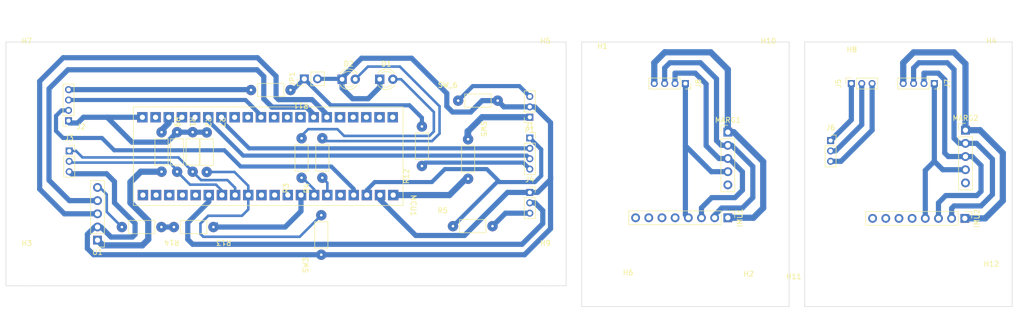
<source format=kicad_pcb>
(kicad_pcb (version 20211014) (generator pcbnew)
  (layers (0 "F.Cu" signal) (31 "B.Cu" power) (34 "B.Paste" user) (35 "F.Paste" user) (36 "B.SilkS" user "B.Silkscreen") (37 "F.SilkS" user "F.Silkscreen") (38 "B.Mask" user) (39 "F.Mask" user) (44 "Edge.Cuts" user))
  (net 0 "")
  (net 1 "RV1")
  (net 2 "GND")
  (net 3 "SW1")
  (net 4 "SW2")
  (net 5 "3.3V")
  (net 6 "LED_RED")
  (net 7 "Net-(D1-Pad2)")
  (net 8 "LED_GREEN")
  (net 9 "Net-(D2-Pad2)")
  (net 10 "SENSOR-GND")
  (net 16 "TX")
  (net 17 "RX")
  (net 21 "SDA2")
  (net 24 "SCL1")
  (net 25 "SDA1")
  (net 29 "5V")
  (net 30 "Net-(MCU1-Pad21)")
  (net 31 "Net-(J4-Pad3)")
  (net 32 "SCL2")
  (net 33 "SET_UART")
  (net 36 "SW3")
  (net 52 "Net-(IMU2-Pad4)")
  (net 53 "Net-(IMU2-Pad3)")
  (net 54 "Net-(IMU2-Pad2)")
  (net 55 "Net-(IMU2-Pad1)")
  (net 56 "Net-(IMU1-Pad4)")
  (net 57 "Net-(IMU1-Pad3)")
  (net 58 "Net-(IMU1-Pad2)")
  (net 59 "Net-(IMU1-Pad1)")
  (net 60 "Net-(J5-Pad1)")
  (net 61 "Net-(J5-Pad2)")
  (net 62 "Net-(J5-Pad3)")
  (net 63 "Net-(J2-Pad4)")
  (net 64 "3.3V-SHOULDER")
  (net 65 "Net-(R9-Pad2)")
  (net 66 "Net-(R14-Pad2)")
  (net 67 "Net-(R13-Pad2)")
  (net 68 "unconnected-(MCU1-Pad25)")
  (net 70 "Net-(R12-Pad2)")
  (net 71 "Net-(P1-Pad1)")
  (net 72 "Net-(P1-Pad3)")
  (footprint "Connector_PinHeader_2.54mm:PinHeader_1x08_P2.54mm_Vertical" (layer "F.Cu") (at 155.1825 48.885 -90)
    (fp_text reference "IMU1" (at 0 -2.33 -270) (layer "F.SilkS"))
    (fp_text value "GY-521")
    (pad "1" thru_hole rect (at 0 0 270) (size 1.7 1.7) (drill 1) (layers *.Cu *.Mask) (net 59 "Net-(IMU1-Pad1)"))
    (pad "2" thru_hole oval (at 0 2.54 270) (size 1.7 1.7) (drill 1) (layers *.Cu *.Mask) (net 58 "Net-(IMU1-Pad2)"))
    (pad "3" thru_hole oval (at 0 5.08 270) (size 1.7 1.7) (drill 1) (layers *.Cu *.Mask) (net 57 "Net-(IMU1-Pad3)"))
    (pad "4" thru_hole oval (at 0 7.62 270) (size 1.7 1.7) (drill 1) (layers *.Cu *.Mask) (net 56 "Net-(IMU1-Pad4)"))
    (pad "5" thru_hole oval (at 0 10.16 270) (size 1.7 1.7) (drill 1) (layers *.Cu *.Mask))
    (pad "6" thru_hole oval (at 0 12.7 270) (size 1.7 1.7) (drill 1) (layers *.Cu *.Mask))
    (pad "7" thru_hole oval (at 0 15.24 270) (size 1.7 1.7) (drill 1) (layers *.Cu *.Mask))
    (pad "8" thru_hole oval (at 0 17.78 270) (size 1.7 1.7) (drill 1) (layers *.Cu *.Mask))
  )
  (footprint "MountingHole:MountingHole_3.2mm_M3" (layer "F.Cu") (at 163 62)
    (fp_text reference "H2" (at -3.81 -2.286) (layer "F.SilkS"))
    (fp_text value "MountingHole")
    (pad "" np_thru_hole circle (at 0 0) (size 3.2 3.2) (drill 3.2) (layers *.Cu *.Mask))
  )
  (footprint "hieu:resistor" (layer "F.Cu") (at 105.1 33.75 -90)
    (fp_text reference "SW5" (at -2 -3 -90 unlocked) (layer "F.SilkS"))
    (fp_text value "SW_DIP_x01")
    (pad "1" thru_hole circle (at 0 0 270) (size 2 2) (drill 0.5) (layers *.Cu *.Mask) (net 71 "Net-(P1-Pad1)"))
    (pad "2" thru_hole circle (at 7.62 0 270) (size 2 2) (drill 0.5) (layers *.Cu *.Mask) (net 30 "Net-(MCU1-Pad21)"))
  )
  (footprint "LED_THT:LED_D3.0mm" (layer "F.Cu") (at 80.80969 22.178049)
    (fp_text reference "D2" (at 1.27 -2.96) (layer "F.SilkS"))
    (fp_text value "LED")
    (pad "1" thru_hole rect (at 0 0) (size 1.8 1.8) (drill 0.9) (layers *.Cu *.Mask) (net 2 "GND"))
    (pad "2" thru_hole circle (at 2.54 0) (size 1.8 1.8) (drill 0.9) (layers *.Cu *.Mask) (net 9 "Net-(D2-Pad2)"))
  )
  (footprint "Connector_PinSocket_2.00mm:PinSocket_1x03_P2.00mm_Vertical" (layer "F.Cu") (at 117 44)
    (fp_text reference "J4" (at 0 -2.5) (layer "F.SilkS"))
    (fp_text value "Conn_01x03_Female")
    (pad "1" thru_hole rect (at 0 0) (size 1.35 1.35) (drill 0.8) (layers *.Cu *.Mask) (net 2 "GND"))
    (pad "2" thru_hole oval (at 0 2) (size 1.35 1.35) (drill 0.8) (layers *.Cu *.Mask) (net 1 "RV1"))
    (pad "3" thru_hole oval (at 0 4) (size 1.35 1.35) (drill 0.8) (layers *.Cu *.Mask) (net 31 "Net-(J4-Pad3)"))
  )
  (footprint "Connector_PinSocket_2.00mm:PinSocket_1x03_P2.00mm_Vertical" (layer "F.Cu") (at 28.194 36)
    (fp_text reference "J3" (at 0 -2.5) (layer "F.SilkS"))
    (fp_text value "Conn_01x03_Female")
    (pad "1" thru_hole rect (at 0 0) (size 1.35 1.35) (drill 0.8) (layers *.Cu *.Mask) (net 4 "SW2"))
    (pad "2" thru_hole oval (at 0 2) (size 1.35 1.35) (drill 0.8) (layers *.Cu *.Mask) (net 3 "SW1"))
    (pad "3" thru_hole oval (at 0 4) (size 1.35 1.35) (drill 0.8) (layers *.Cu *.Mask) (net 2 "GND"))
  )
  (footprint "MountingHole:MountingHole_3.2mm_M3" (layer "F.Cu") (at 174 62)
    (fp_text reference "H11" (at -6.096 -1.778) (layer "F.SilkS"))
    (fp_text value "MountingHole")
    (pad "" np_thru_hole circle (at 0 0) (size 3.2 3.2) (drill 3.2) (layers *.Cu *.Mask))
  )
  (footprint "Connector_PinSocket_2.00mm:PinSocket_1x03_P2.00mm_Vertical" (layer "F.Cu") (at 117 29.5 180)
    (fp_text reference "P1" (at 0 -2.5) (layer "F.SilkS"))
    (fp_text value "Power_Pins")
    (pad "1" thru_hole rect (at 0 0 180) (size 1.35 1.35) (drill 0.8) (layers *.Cu *.Mask) (net 71 "Net-(P1-Pad1)"))
    (pad "2" thru_hole oval (at 0 2 180) (size 1.35 1.35) (drill 0.8) (layers *.Cu *.Mask) (net 2 "GND"))
    (pad "3" thru_hole oval (at 0 4 180) (size 1.35 1.35) (drill 0.8) (layers *.Cu *.Mask) (net 72 "Net-(P1-Pad3)"))
  )
  (footprint "Connector_PinSocket_2.00mm:PinSocket_1x04_P2.00mm_Vertical" (layer "F.Cu") (at 147 23 -90)
    (fp_text reference "J8" (at 0 -2.5 90) (layer "F.SilkS"))
    (fp_text value "Conn_01x04_Female")
    (pad "1" thru_hole rect (at 0 0 270) (size 1.35 1.35) (drill 0.8) (layers *.Cu *.Mask) (net 56 "Net-(IMU1-Pad4)"))
    (pad "2" thru_hole oval (at 0 2 270) (size 1.35 1.35) (drill 0.8) (layers *.Cu *.Mask) (net 57 "Net-(IMU1-Pad3)"))
    (pad "3" thru_hole oval (at 0 4 270) (size 1.35 1.35) (drill 0.8) (layers *.Cu *.Mask) (net 58 "Net-(IMU1-Pad2)"))
    (pad "4" thru_hole oval (at 0 6 270) (size 1.35 1.35) (drill 0.8) (layers *.Cu *.Mask) (net 59 "Net-(IMU1-Pad1)"))
  )
  (footprint "MountingHole:MountingHole_3.2mm_M3" (layer "F.Cu") (at 120 19)
    (fp_text reference "H5" (at 0 -4.2) (layer "F.SilkS"))
    (fp_text value "MountingHole")
    (pad "" np_thru_hole circle (at 0 0) (size 3.2 3.2) (drill 3.2) (layers *.Cu *.Mask))
  )
  (footprint "hieu:resistor" (layer "F.Cu") (at 54.714 32.438 -90)
    (fp_text reference "R7" (at -2 -3 -90 unlocked) (layer "F.SilkS"))
    (fp_text value "1K")
    (pad "1" thru_hole circle (at 0 0 270) (size 2 2) (drill 0.5) (layers *.Cu *.Mask) (net 5 "3.3V"))
    (pad "2" thru_hole circle (at 7.62 0 270) (size 2 2) (drill 0.5) (layers *.Cu *.Mask) (net 36 "SW3"))
  )
  (footprint "Connector_PinHeader_2.54mm:PinHeader_1x05_P2.54mm_Vertical" (layer "F.Cu") (at 155.1825 32.38)
    (fp_text reference "MARG1" (at 0 -2.33) (layer "F.SilkS"))
    (fp_text value "HMC5883L")
    (pad "1" thru_hole rect (at 0 0) (size 1.7 1.7) (drill 1) (layers *.Cu *.Mask) (net 59 "Net-(IMU1-Pad1)"))
    (pad "2" thru_hole oval (at 0 2.54) (size 1.7 1.7) (drill 1) (layers *.Cu *.Mask) (net 58 "Net-(IMU1-Pad2)"))
    (pad "3" thru_hole oval (at 0 5.08) (size 1.7 1.7) (drill 1) (layers *.Cu *.Mask) (net 57 "Net-(IMU1-Pad3)"))
    (pad "4" thru_hole oval (at 0 7.62) (size 1.7 1.7) (drill 1) (layers *.Cu *.Mask) (net 56 "Net-(IMU1-Pad4)"))
    (pad "5" thru_hole oval (at 0 10.16) (size 1.7 1.7) (drill 1) (layers *.Cu *.Mask))
  )
  (footprint "MountingHole:MountingHole_3.2mm_M3" (layer "F.Cu") (at 20 58)
    (fp_text reference "H3" (at 0 -4.2) (layer "F.SilkS"))
    (fp_text value "MountingHole")
    (pad "" np_thru_hole circle (at 0 0) (size 3.2 3.2) (drill 3.2) (layers *.Cu *.Mask))
  )
  (footprint "hieu:resistor" (layer "F.Cu") (at 70.866 24.257 180)
    (fp_text reference "R11" (at -2 -3 180 unlocked) (layer "F.SilkS"))
    (fp_text value "0")
    (pad "1" thru_hole circle (at 0 0 180) (size 2 2) (drill 0.5) (layers *.Cu *.Mask) (net 70 "Net-(R12-Pad2)"))
    (pad "2" thru_hole circle (at 7.62 0 180) (size 2 2) (drill 0.5) (layers *.Cu *.Mask) (net 63 "Net-(J2-Pad4)"))
  )
  (footprint "hieu:resistor" (layer "F.Cu") (at 49 32.385 -90)
    (fp_text reference "R1" (at -2 -3 -90 unlocked) (layer "F.SilkS"))
    (fp_text value "1K")
    (pad "1" thru_hole circle (at 0 0 270) (size 2 2) (drill 0.5) (layers *.Cu *.Mask) (net 5 "3.3V"))
    (pad "2" thru_hole circle (at 7.62 0 270) (size 2 2) (drill 0.5) (layers *.Cu *.Mask) (net 3 "SW1"))
  )
  (footprint "MountingHole:MountingHole_3.2mm_M3" (layer "F.Cu") (at 174 19)
    (fp_text reference "H8" (at 5.08 -2.54) (layer "F.SilkS"))
    (fp_text value "MountingHole")
    (pad "" np_thru_hole circle (at 0 0) (size 3.2 3.2) (drill 3.2) (layers *.Cu *.Mask))
  )
  (footprint "hieu:resistor" (layer "F.Cu") (at 102.19 50.5)
    (fp_text reference "R5" (at -2 -3 unlocked) (layer "F.SilkS"))
    (fp_text value "330")
    (pad "1" thru_hole circle (at 0 0) (size 2 2) (drill 0.5) (layers *.Cu *.Mask) (net 64 "3.3V-SHOULDER"))
    (pad "2" thru_hole circle (at 7.62 0) (size 2 2) (drill 0.5) (layers *.Cu *.Mask) (net 31 "Net-(J4-Pad3)"))
  )
  (footprint "hieu:resistor" (layer "F.Cu") (at 77 41.178049 90)
    (fp_text reference "R4" (at -2 -3 90 unlocked) (layer "F.SilkS"))
    (fp_text value "300")
    (pad "1" thru_hole circle (at 0 0 90) (size 2 2) (drill 0.5) (layers *.Cu *.Mask) (net 8 "LED_GREEN"))
    (pad "2" thru_hole circle (at 7.62 0 90) (size 2 2) (drill 0.5) (layers *.Cu *.Mask) (net 9 "Net-(D2-Pad2)"))
  )
  (footprint "Connector_PinSocket_2.00mm:PinSocket_1x04_P2.00mm_Vertical" (layer "F.Cu") (at 28.067 30.178 180)
    (fp_text reference "J2" (at -2.407 -1.143) (layer "F.SilkS"))
    (fp_text value "Conn_01x04_Female")
    (pad "1" thru_hole rect (at 0 0 180) (size 1.35 1.35) (drill 0.8) (layers *.Cu *.Mask) (net 5 "3.3V"))
    (pad "2" thru_hole oval (at 0 2 180) (size 1.35 1.35) (drill 0.8) (layers *.Cu *.Mask) (net 32 "SCL2"))
    (pad "3" thru_hole oval (at 0 4 180) (size 1.35 1.35) (drill 0.8) (layers *.Cu *.Mask) (net 21 "SDA2"))
    (pad "4" thru_hole oval (at 0 6 180) (size 1.35 1.35) (drill 0.8) (layers *.Cu *.Mask) (net 63 "Net-(J2-Pad4)"))
  )
  (footprint "hieu:resistor" (layer "F.Cu") (at 46 32.385 -90)
    (fp_text reference "R9" (at -2 -3 -90 unlocked) (layer "F.SilkS"))
    (fp_text value "0")
    (pad "1" thru_hole circle (at 0 0 270) (size 2 2) (drill 0.5) (layers *.Cu *.Mask) (net 29 "5V"))
    (pad "2" thru_hole circle (at 7.62 0 270) (size 2 2) (drill 0.5) (layers *.Cu *.Mask) (net 65 "Net-(R9-Pad2)"))
  )
  (footprint "hieu:resistor" (layer "F.Cu") (at 76.8 56.01 90)
    (fp_text reference "SW3" (at -2 -3 90 unlocked) (layer "F.SilkS"))
    (fp_text value "SW_Push")
    (pad "1" thru_hole circle (at 0 0 90) (size 2 2) (drill 0.5) (layers *.Cu *.Mask) (net 2 "GND"))
    (pad "2" thru_hole circle (at 7.62 0 90) (size 2 2) (drill 0.5) (layers *.Cu *.Mask) (net 36 "SW3"))
  )
  (footprint "hieu:resistor" (layer "F.Cu") (at 45.974 50.673 180)
    (fp_text reference "R14" (at -2 -3 180 unlocked) (layer "F.SilkS"))
    (fp_text value "0")
    (pad "1" thru_hole circle (at 0 0 180) (size 2 2) (drill 0.5) (layers *.Cu *.Mask) (net 67 "Net-(R13-Pad2)"))
    (pad "2" thru_hole circle (at 7.62 0 180) (size 2 2) (drill 0.5) (layers *.Cu *.Mask) (net 66 "Net-(R14-Pad2)"))
  )
  (footprint "Connector_PinHeader_2.54mm:PinHeader_1x02_P2.54mm_Vertical" (layer "F.Cu") (at 73.525 22.1 90)
    (fp_text reference "JP1" (at 0 -2.33 90) (layer "F.SilkS"))
    (fp_text value "Jumper_2_Bridged")
    (pad "1" thru_hole rect (at 0 0 90) (size 1.7 1.7) (drill 1) (layers *.Cu *.Mask) (net 70 "Net-(R12-Pad2)"))
    (pad "2" thru_hole oval (at 0 2.54 90) (size 1.7 1.7) (drill 1) (layers *.Cu *.Mask) (net 2 "GND"))
  )
  (footprint "Connector_PinSocket_2.00mm:PinSocket_1x03_P2.00mm_Vertical" (layer "F.Cu") (at 175 34)
    (fp_text reference "J6" (at 0 -2.5) (layer "F.SilkS"))
    (fp_text value "Conn_01x03_Female")
    (pad "1" thru_hole rect (at 0 0) (size 1.35 1.35) (drill 0.8) (layers *.Cu *.Mask) (net 60 "Net-(J5-Pad1)"))
    (pad "2" thru_hole oval (at 0 2) (size 1.35 1.35) (drill 0.8) (layers *.Cu *.Mask) (net 61 "Net-(J5-Pad2)"))
    (pad "3" thru_hole oval (at 0 4) (size 1.35 1.35) (drill 0.8) (layers *.Cu *.Mask) (net 62 "Net-(J5-Pad3)"))
  )
  (footprint "MountingHole:MountingHole_3.2mm_M3" (layer "F.Cu") (at 131 62)
    (fp_text reference "H6" (at 4.953 -2.54) (layer "F.SilkS"))
    (fp_text value "MountingHole")
    (pad "" np_thru_hole circle (at 0 0) (size 3.2 3.2) (drill 3.2) (layers *.Cu *.Mask))
  )
  (footprint "MountingHole:MountingHole_3.2mm_M3" (layer "F.Cu") (at 206 19)
    (fp_text reference "H4" (at 0 -4.2) (layer "F.SilkS"))
    (fp_text value "MountingHole")
    (pad "" np_thru_hole circle (at 0 0) (size 3.2 3.2) (drill 3.2) (layers *.Cu *.Mask))
  )
  (footprint "hieu:resistor" (layer "F.Cu") (at 103.19 26.3)
    (fp_text reference "SW_6" (at -2 -3 unlocked) (layer "F.SilkS"))
    (fp_text value "SW_Push")
    (pad "1" thru_hole circle (at 0 0) (size 2 2) (drill 0.5) (layers *.Cu *.Mask) (net 72 "Net-(P1-Pad3)"))
    (pad "2" thru_hole circle (at 7.62 0) (size 2 2) (drill 0.5) (layers *.Cu *.Mask) (net 2 "GND"))
  )
  (footprint "Connector_PinHeader_2.54mm:PinHeader_1x08_P2.54mm_Vertical" (layer "F.Cu") (at 200.875 49 -90)
    (fp_text reference "IMU2" (at 0 -2.33 -270) (layer "F.SilkS"))
    (fp_text value "GY-521")
    (pad "1" thru_hole rect (at 0 0 270) (size 1.7 1.7) (drill 1) (layers *.Cu *.Mask) (net 55 "Net-(IMU2-Pad1)"))
    (pad "2" thru_hole oval (at 0 2.54 270) (size 1.7 1.7) (drill 1) (layers *.Cu *.Mask) (net 54 "Net-(IMU2-Pad2)"))
    (pad "3" thru_hole oval (at 0 5.08 270) (size 1.7 1.7) (drill 1) (layers *.Cu *.Mask) (net 53 "Net-(IMU2-Pad3)"))
    (pad "4" thru_hole oval (at 0 7.62 270) (size 1.7 1.7) (drill 1) (layers *.Cu *.Mask) (net 52 "Net-(IMU2-Pad4)"))
    (pad "5" thru_hole oval (at 0 10.16 270) (size 1.7 1.7) (drill 1) (layers *.Cu *.Mask))
    (pad "6" thru_hole oval (at 0 12.7 270) (size 1.7 1.7) (drill 1) (layers *.Cu *.Mask))
    (pad "7" thru_hole oval (at 0 15.24 270) (size 1.7 1.7) (drill 1) (layers *.Cu *.Mask))
    (pad "8" thru_hole oval (at 0 17.78 270) (size 1.7 1.7) (drill 1) (layers *.Cu *.Mask))
  )
  (footprint "MountingHole:MountingHole_3.2mm_M3" (layer "F.Cu") (at 206 62)
    (fp_text reference "H12" (at 0 -4.2) (layer "F.SilkS"))
    (fp_text value "MountingHole")
    (pad "" np_thru_hole circle (at 0 0) (size 3.2 3.2) (drill 3.2) (layers *.Cu *.Mask))
  )
  (footprint "hieu:resistor" (layer "F.Cu") (at 73 41.178049 90)
    (fp_text reference "R3" (at -2 -3 90 unlocked) (layer "F.SilkS"))
    (fp_text value "300")
    (pad "1" thru_hole circle (at 0 0 90) (size 2 2) (drill 0.5) (layers *.Cu *.Mask) (net 6 "LED_RED"))
    (pad "2" thru_hole circle (at 7.62 0 90) (size 2 2) (drill 0.5) (layers *.Cu *.Mask) (net 7 "Net-(D1-Pad2)"))
  )
  (footprint "Connector_PinHeader_2.54mm:PinHeader_1x05_P2.54mm_Vertical" (layer "F.Cu") (at 201 32)
    (fp_text reference "MARG2" (at 0 -2.33) (layer "F.SilkS"))
    (fp_text value "HMC5883L")
    (pad "1" thru_hole rect (at 0 0) (size 1.7 1.7) (drill 1) (layers *.Cu *.Mask) (net 55 "Net-(IMU2-Pad1)"))
    (pad "2" thru_hole oval (at 0 2.54) (size 1.7 1.7) (drill 1) (layers *.Cu *.Mask) (net 54 "Net-(IMU2-Pad2)"))
    (pad "3" thru_hole oval (at 0 5.08) (size 1.7 1.7) (drill 1) (layers *.Cu *.Mask) (net 53 "Net-(IMU2-Pad3)"))
    (pad "4" thru_hole oval (at 0 7.62) (size 1.7 1.7) (drill 1) (layers *.Cu *.Mask) (net 52 "Net-(IMU2-Pad4)"))
    (pad "5" thru_hole oval (at 0 10.16) (size 1.7 1.7) (drill 1) (layers *.Cu *.Mask))
  )
  (footprint "hieu:stm32f4_board" (layer "F.Cu") (at 90.56469 29.508049 -90)
    (fp_text reference "MCU1" (at 17 -4 -90 unlocked) (layer "F.SilkS"))
    (fp_text value "MiniSTM32F4x1")
    (pad "1" thru_hole rect (at 0 0 270) (size 2 2) (drill 1) (layers *.Cu *.Mask))
    (pad "2" thru_hole rect (at 0 2.54 270) (size 2 2) (drill 1) (layers *.Cu *.Mask))
    (pad "3" thru_hole rect (at 0 5.08 270) (size 2 2) (drill 1) (layers *.Cu *.Mask))
    (pad "4" thru_hole rect (at 0 7.62 270) (size 2 2) (drill 1) (layers *.Cu *.Mask))
    (pad "5" thru_hole rect (at 0 10.16 270) (size 2 2) (drill 1) (layers *.Cu *.Mask))
    (pad "6" thru_hole rect (at 0 12.7 270) (size 2 2) (drill 1) (layers *.Cu *.Mask) (net 16 "TX"))
    (pad "7" thru_hole rect (at 0 15.24 270) (size 2 2) (drill 1) (layers *.Cu *.Mask) (net 17 "RX"))
    (pad "8" thru_hole rect (at 0 17.78 270) (size 2 2) (drill 1) (layers *.Cu *.Mask))
    (pad "9" thru_hole rect (at 0 20.32 270) (size 2 2) (drill 1) (layers *.Cu *.Mask))
    (pad "10" thru_hole rect (at 0 22.86 270) (size 2 2) (drill 1) (layers *.Cu *.Mask))
    (pad "11" thru_hole rect (at 0 25.4 270) (size 2 2) (drill 1) (layers *.Cu *.Mask) (net 21 "SDA2"))
    (pad "12" thru_hole rect (at 0 27.94 270) (size 2 2) (drill 1) (layers *.Cu *.Mask))
    (pad "13" thru_hole rect (at 0 30.48 270) (size 2 2) (drill 1) (layers *.Cu *.Mask))
    (pad "14" thru_hole rect (at 0 33.02 270) (size 2 2) (drill 1) (layers *.Cu *.Mask) (net 24 "SCL1"))
    (pad "15" thru_hole rect (at 0 35.56 270) (size 2 2) (drill 1) (layers *.Cu *.Mask) (net 25 "SDA1"))
    (pad "16" thru_hole rect (at 0 38.1 270) (size 2 2) (drill 1) (layers *.Cu *.Mask))
    (pad "17" thru_hole rect (at 0 40.64 270) (size 2 2) (drill 1) (layers *.Cu *.Mask))
    (pad "18" thru_hole rect (at 0 43.18 270) (size 2 2) (drill 1) (layers *.Cu *.Mask) (net 29 "5V"))
    (pad "19" thru_hole rect (at 0 45.72 270) (size 2 2) (drill 1) (layers *.Cu *.Mask))
    (pad "20" thru_hole rect (at 0 48.26 270) (size 2 2) (drill 1) (layers *.Cu *.Mask) (net 5 "3.3V"))
    (pad "21" thru_hole rect (at 15 -0.1 270) (size 2 2) (drill 1) (layers *.Cu *.Mask) (net 30 "Net-(MCU1-Pad21)"))
    (pad "22" thru_hole rect (at 15 2.44 270) (size 2 2) (drill 1) (layers *.Cu *.Mask) (net 2 "GND"))
    (pad "23" thru_hole rect (at 15 4.98 270) (size 2 2) (drill 1) (layers *.Cu *.Mask) (net 64 "3.3V-SHOULDER"))
    (pad "24" thru_hole rect (at 15 7.52 270) (size 2 2) (drill 1) (layers *.Cu *.Mask) (net 32 "SCL2"))
    (pad "25" thru_hole rect (at 15 10.06 270) (size 2 2) (drill 1) (layers *.Cu *.Mask) (net 68 "unconnected-(MCU1-Pad25)"))
    (pad "26" thru_hole rect (at 15 12.6 270) (size 2 2) (drill 1) (layers *.Cu *.Mask) (net 8 "LED_GREEN"))
    (pad "27" thru_hole rect (at 15 15.14 270) (size 2 2) (drill 1) (layers *.Cu *.Mask) (net 6 "LED_RED"))
    (pad "28" thru_hole rect (at 15 17.68 270) (size 2 2) (drill 1) (layers *.Cu *.Mask) (net 33 "SET_UART"))
    (pad "29" thru_hole rect (at 15 20.22 270) (size 2 2) (drill 1) (layers *.Cu *.Mask))
    (pad "30" thru_hole rect (at 15 22.76 270) (size 2 2) (drill 1) (layers *.Cu *.Mask))
    (pad "31" thru_hole rect (at 15 25.3 270) (size 2 2) (drill 1) (layers *.Cu *.Mask))
    (pad "32" thru_hole rect (at 15 27.84 270) (size 2 2) (drill 1) (layers *.Cu *.Mask) (net 36 "SW3"))
    (pad "33" thru_hole rect (at 15 30.38 270) (size 2 2) (drill 1) (layers *.Cu *.Mask) (net 4 "SW2"))
    (pad "34" thru_hole rect (at 15 32.92 270) (size 2 2) (drill 1) (layers *.Cu *.Mask) (net 3 "SW1"))
    (pad "35" thru_hole rect (at 15 35.46 270) (size 2 2) (drill 1) (layers *.Cu *.Mask) (net 1 "RV1"))
    (pad "36" thru_hole rect (at 15 38 270) (size 2 2) (drill 1) (layers *.Cu *.Mask))
    (pad "37" thru_hole rect (at 15 40.54 270) (size 2 2) (drill 1) (layers *.Cu *.Mask))
    (pad "38" thru_hole rect (at 15 43.08 270) (size 2 2) (drill 1) (layers *.Cu *.Mask))
    (pad "39" thru_hole rect (at 15 45.62 270) (size 2 2) (drill 1) (layers *.Cu *.Mask))
    (pad "40" thru_hole rect (at 15 48.16 270) (size 2 2) (drill 1) (layers *.Cu *.Mask))
  )
  (footprint "LED_THT:LED_D3.0mm" (layer "F.Cu") (at 88.05969 22.178049)
    (fp_text reference "D1" (at 1.27 -2.96) (layer "F.SilkS"))
    (fp_text value "LED")
    (pad "1" thru_hole rect (at 0 0) (size 1.8 1.8) (drill 0.9) (layers *.Cu *.Mask) (net 2 "GND"))
    (pad "2" thru_hole circle (at 2.54 0) (size 1.8 1.8) (drill 0.9) (layers *.Cu *.Mask) (net 7 "Net-(D1-Pad2)"))
  )
  (footprint "hieu:resistor" (layer "F.Cu") (at 56 50.673 180)
    (fp_text reference "R13" (at -2 -3 180 unlocked) (layer "F.SilkS"))
    (fp_text value "0")
    (pad "1" thru_hole circle (at 0 0 180) (size 2 2) (drill 0.5) (layers *.Cu *.Mask) (net 33 "SET_UART"))
    (pad "2" thru_hole circle (at 7.62 0 180) (size 2 2) (drill 0.5) (layers *.Cu *.Mask) (net 67 "Net-(R13-Pad2)"))
  )
  (footprint "hieu:resistor" (layer "F.Cu") (at 96.2 38.9 90)
    (fp_text reference "R12" (at -2 -3 90 unlocked) (layer "F.SilkS"))
    (fp_text value "0")
    (pad "1" thru_hole circle (at 0 0 90) (size 2 2) (drill 0.5) (layers *.Cu *.Mask) (net 10 "SENSOR-GND"))
    (pad "2" thru_hole circle (at 7.62 0 90) (size 2 2) (drill 0.5) (layers *.Cu *.Mask) (net 70 "Net-(R12-Pad2)"))
  )
  (footprint "hieu:resistor" (layer "F.Cu") (at 52 32.385 -90)
    (fp_text reference "R2" (at -2 -3 -90 unlocked) (layer "F.SilkS"))
    (fp_text value "1K")
    (pad "1" thru_hole circle (at 0 0 270) (size 2 2) (drill 0.5) (layers *.Cu *.Mask) (net 5 "3.3V"))
    (pad "2" thru_hole circle (at 7.62 0 270) (size 2 2) (drill 0.5) (layers *.Cu *.Mask) (net 4 "SW2"))
  )
  (footprint "Connector_PinSocket_2.00mm:PinSocket_1x03_P2.00mm_Vertical" (layer "F.Cu") (at 179 23 90)
    (fp_text reference "J5" (at 0 -2.5 90) (layer "F.SilkS"))
    (fp_text value "Conn_01x03_Female")
    (pad "1" thru_hole rect (at 0 0 90) (size 1.35 1.35) (drill 0.8) (layers *.Cu *.Mask) (net 60 "Net-(J5-Pad1)"))
    (pad "2" thru_hole oval (at 0 2 90) (size 1.35 1.35) (drill 0.8) (layers *.Cu *.Mask) (net 61 "Net-(J5-Pad2)"))
    (pad "3" thru_hole oval (at 0 4 90) (size 1.35 1.35) (drill 0.8) (layers *.Cu *.Mask) (net 62 "Net-(J5-Pad3)"))
  )
  (footprint "Connector_PinHeader_2.54mm:PinHeader_1x05_P2.54mm_Vertical" (layer "F.Cu") (at 33.65 53.2 180)
    (fp_text reference "U1" (at 0 -2.33) (layer "F.SilkS"))
    (fp_text value "UART-RF433")
    (pad "1" thru_hole rect (at 0 0 180) (size 1.7 1.7) (drill 1) (layers *.Cu *.Mask) (net 65 "Net-(R9-Pad2)"))
    (pad "2" thru_hole oval (at 0 2.54 180) (size 1.7 1.7) (drill 1) (layers *.Cu *.Mask) (net 2 "GND"))
    (pad "3" thru_hole oval (at 0 5.08 180) (size 1.7 1.7) (drill 1) (layers *.Cu *.Mask) (net 16 "TX"))
    (pad "4" thru_hole oval (at 0 7.62 180) (size 1.7 1.7) (drill 1) (layers *.Cu *.Mask) (net 17 "RX"))
    (pad "5" thru_hole oval (at 0 10.16 180) (size 1.7 1.7) (drill 1) (layers *.Cu *.Mask) (net 66 "Net-(R14-Pad2)"))
  )
  (footprint "Connector_PinSocket_2.00mm:PinSocket_1x04_P2.00mm_Vertical" (layer "F.Cu") (at 195 23 -90)
    (fp_text reference "J7" (at 0 -2.5 90) (layer "F.SilkS"))
    (fp_text value "Conn_01x04_Female")
    (pad "1" thru_hole rect (at 0 0 270) (size 1.35 1.35) (drill 0.8) (layers *.Cu *.Mask) (net 52 "Net-(IMU2-Pad4)"))
    (pad "2" thru_hole oval (at 0 2 270) (size 1.35 1.35) (drill 0.8) (layers *.Cu *.Mask) (net 53 "Net-(IMU2-Pad3)"))
    (pad "3" thru_hole oval (at 0 4 270) (size 1.35 1.35) (drill 0.8) (layers *.Cu *.Mask) (net 54 "Net-(IMU2-Pad2)"))
    (pad "4" thru_hole oval (at 0 6 270) (size 1.35 1.35) (drill 0.8) (layers *.Cu *.Mask) (net 55 "Net-(IMU2-Pad1)"))
  )
  (footprint "Connector_PinSocket_2.00mm:PinSocket_1x04_P2.00mm_Vertical" (layer "F.Cu") (at 117 33.5)
    (fp_text reference "J1" (at 0 -2.5) (layer "F.SilkS"))
    (fp_text value "Conn_01x04_Female")
    (pad "1" thru_hole rect (at 0 0) (size 1.35 1.35) (drill 0.8) (layers *.Cu *.Mask) (net 64 "3.3V-SHOULDER"))
    (pad "2" thru_hole oval (at 0 2) (size 1.35 1.35) (drill 0.8) (layers *.Cu *.Mask) (net 24 "SCL1"))
    (pad "3" thru_hole oval (at 0 4) (size 1.35 1.35) (drill 0.8) (layers *.Cu *.Mask) (net 25 "SDA1"))
    (pad "4" thru_hole oval (at 0 6) (size 1.35 1.35) (drill 0.8) (layers *.Cu *.Mask) (net 10 "SENSOR-GND"))
  )
  (footprint "MountingHole:MountingHole_3.2mm_M3" (layer "F.Cu") (at 131 20)
    (fp_text reference "H1" (at 0 -4.2) (layer "F.SilkS"))
    (fp_text value "MountingHole")
    (pad "" np_thru_hole circle (at 0 0) (size 3.2 3.2) (drill 3.2) (layers *.Cu *.Mask))
  )
  (footprint "MountingHole:MountingHole_3.2mm_M3" (layer "F.Cu") (at 20 19)
    (fp_text reference "H7" (at 0 -4.2) (layer "F.SilkS"))
    (fp_text value "MountingHole")
    (pad "" np_thru_hole circle (at 0 0) (size 3.2 3.2) (drill 3.2) (layers F&B.Cu))
  )
  (footprint "MountingHole:MountingHole_3.2mm_M3" (layer "F.Cu") (at 120 58)
    (fp_text reference "H9" (at 0 -4.2) (layer "F.SilkS"))
    (fp_text value "MountingHole")
    (pad "" np_thru_hole circle (at 0 0) (size 3.2 3.2) (drill 3.2) (layers *.Cu *.Mask))
  )
  (footprint "MountingHole:MountingHole_3.2mm_M3" (layer "F.Cu") (at 163 19)
    (fp_text reference "H10" (at 0 -4.2) (layer "F.SilkS"))
    (fp_text value "MountingHole")
    (pad "" np_thru_hole circle (at 0 0) (size 3.2 3.2) (drill 3.2) (layers *.Cu *.Mask))
  )
  (gr_line (start 167 15) (end 167 66) (layer "Edge.Cuts") (width 0.1))
  (gr_line (start 124 18) (end 124 15) (layer "Edge.Cuts") (width 0.1))
  (gr_line (start 127 66) (end 127 15) (layer "Edge.Cuts") (width 0.1))
  (gr_line (start 16 58) (end 16 62) (layer "Edge.Cuts") (width 0.1))
  (gr_line (start 124 62) (end 120 62) (layer "Edge.Cuts") (width 0.1))
  (gr_line (start 16 15) (end 16 18) (layer "Edge.Cuts") (width 0.1))
  (gr_line (start 124 58) (end 124 62) (layer "Edge.Cuts") (width 0.1))
  (gr_line (start 170 15) (end 210 15) (layer "Edge.Cuts") (width 0.1))
  (gr_line (start 16 18) (end 16 58) (layer "Edge.Cuts") (width 0.1))
  (gr_line (start 170 66) (end 170 15) (layer "Edge.Cuts") (width 0.1))
  (gr_line (start 20 15) (end 16 15) (layer "Edge.Cuts") (width 0.1))
  (gr_line (start 127 15) (end 167 15) (layer "Edge.Cuts") (width 0.1))
  (gr_line (start 210 15) (end 210 66) (layer "Edge.Cuts") (width 0.1))
  (gr_line (start 20 15) (end 120 15) (layer "Edge.Cuts") (width 0.1))
  (gr_line (start 16 62) (end 20 62) (layer "Edge.Cuts") (width 0.1))
  (gr_line (start 124 18) (end 124 58) (layer "Edge.Cuts") (width 0.1))
  (gr_line (start 120 15) (end 124 15) (layer "Edge.Cuts") (width 0.1))
  (gr_line (start 167 66) (end 127 66) (layer "Edge.Cuts") (width 0.1))
  (gr_line (start 120 62) (end 20 62) (layer "Edge.Cuts") (width 0.1))
  (gr_line (start 210 66) (end 170 66) (layer "Edge.Cuts") (width 0.1))
  (via (at 20 19) (size 3) (drill 2) (layers "F.Cu" "B.Cu") (net 0))
  (via (at 120 19) (size 3) (drill 2) (layers "F.Cu" "B.Cu") (net 0))
  (via (at 120 58) (size 3) (drill 2) (layers "F.Cu" "B.Cu") (net 0))
  (via (at 20 58) (size 3) (drill 2) (layers "F.Cu" "B.Cu") (net 0))
  (segment (start 55.10469 44.508049) (end 55.10469 45.79531) (width 1) (layer "B.Cu") (net 1))
  (segment (start 115.5 54) (end 119.5 50) (width 1) (layer "B.Cu") (net 1))
  (segment (start 55.10469 45.79531) (end 51.054 49.846) (width 1) (layer "B.Cu") (net 1))
  (segment (start 119.5 47.5) (end 118 46) (width 1) (layer "B.Cu") (net 1))
  (segment (start 119.5 50) (end 119.5 47.5) (width 1) (layer "B.Cu") (net 1))
  (segment (start 118 46) (end 117 46) (width 1) (layer "B.Cu") (net 1))
  (segment (start 51.054 49.846) (end 51.054 53.054) (width 1) (layer "B.Cu") (net 1))
  (segment (start 52 54) (end 115.5 54) (width 1) (layer "B.Cu") (net 1))
  (segment (start 51.054 53.054) (end 52 54) (width 1) (layer "B.Cu") (net 1))
  (segment (start 33.65 50.66) (end 34.314679 50.66) (width 1) (layer "B.Cu") (net 2))
  (segment (start 31.7 54.8) (end 31.7 52.05) (width 1) (layer "B.Cu") (net 2))
  (segment (start 112.7 44) (end 117 44) (width 1) (layer "B.Cu") (net 2))
  (segment (start 84.55 18.13) (end 94.23 18.13) (width 1) (layer "B.Cu") (net 2))
  (segment (start 102.1 28.5) (end 105.6 28.5) (width 1) (layer "B.Cu") (net 2))
  (segment (start 33.09 50.66) (end 33.65 50.66) (width 1) (layer "B.Cu") (net 2))
  (segment (start 94.23 18.13) (end 101 24.9) (width 1) (layer "B.Cu") (net 2))
  (segment (start 82.83469 25.928049) (end 85.83469 25.928049) (width 1) (layer "B.Cu") (net 2))
  (segment (start 118.5 44) (end 118 44) (width 1) (layer "B.Cu") (net 2))
  (segment (start 104.4 52.3) (end 112.7 44) (width 1) (layer "B.Cu") (net 2))
  (segment (start 40.894 52.106) (end 40.894 49.971478) (width 1) (layer "B.Cu") (net 2))
  (segment (start 80.80969 22.178049) (end 80.80969 21.87031) (width 1) (layer "B.Cu") (net 2))
  (segment (start 88.12469 44.508049) (end 88.12469 45.42469) (width 1) (layer "B.Cu") (net 2))
  (segment (start 121 30.545406) (end 121 41) (width 1) (layer "B.Cu") (net 2))
  (segment (start 107.8 26.3) (end 110.81 26.3) (width 1) (layer "B.Cu") (net 2))
  (segment (start 95 52.3) (end 104.4 52.3) (width 1) (layer "B.Cu") (net 2))
  (segment (start 101 24.9) (end 101 27.4) (width 1) (layer "B.Cu") (net 2))
  (segment (start 88.12469 44.508049) (end 88.12469 45.37531) (width 1) (layer "B.Cu") (net 2))
  (segment (start 101 27.4) (end 102.1 28.5) (width 1) (layer "B.Cu") (net 2))
  (segment (start 36.925 46.002478) (end 36.925 41.925) (width 1) (layer "B.Cu") (net 2))
  (segment (start 121 51) (end 115.99 56.01) (width 1) (layer "B.Cu") (net 2))
  (segment (start 117.954594 27.5) (end 121 30.545406) (width 1) (layer "B.Cu") (net 2))
  (segment (start 36.254679 52.6) (end 40.4 52.6) (width 1) (layer "B.Cu") (net 2))
  (segment (start 80.731641 22.1) (end 80.80969 22.178049) (width 0.8) (layer "B.Cu") (net 2))
  (segment (start 80.80969 22.178049) (end 80.80969 23.903049) (width 1) (layer "B.Cu") (net 2))
  (segment (start 88.12469 45.42469) (end 95 52.3) (width 1) (layer "B.Cu") (net 2))
  (segment (start 28.594 40.4) (end 28.194 40) (width 1) (layer "B.Cu") (net 2))
  (segment (start 31.7 52.05) (end 33.09 50.66) (width 1) (layer "B.Cu") (net 2))
  (segment (start 34.314679 50.66) (end 36.254679 52.6) (width 1) (layer "B.Cu") (net 2))
  (segment (start 80.80969 21.87031) (end 84.55 18.13) (width 1) (layer "B.Cu") (net 2))
  (segment (start 121 41) (end 121 51) (width 1) (layer "B.Cu") (net 2))
  (segment (start 121 41) (end 121 41.5) (width 1) (layer "B.Cu") (net 2))
  (segment (start 40.894 49.971478) (end 36.925 46.002478) (width 1) (layer "B.Cu") (net 2))
  (segment (start 88.08469 22.203049) (end 88.05969 22.178049) (width 1) (layer "B.Cu") (net 2))
  (segment (start 105.6 28.5) (end 107.8 26.3) (width 1) (layer "B.Cu") (net 2))
  (segment (start 85.83469 25.928049) (end 88.08469 23.678049) (width 1) (layer "B.Cu") (net 2))
  (segment (start 36.925 41.925) (end 35.4 40.4) (width 1) (layer "B.Cu") (net 2))
  (segment (start 117 27.5) (end 117.954594 27.5) (width 1) (layer "B.Cu") (net 2))
  (segment (start 88.08469 23.678049) (end 88.08469 22.203049) (width 1) (layer "B.Cu") (net 2))
  (segment (start 117 27.5) (end 112.01 27.5) (width 1) (layer "B.Cu") (net 2))
  (segment (start 32.91 56.01) (end 31.7 54.8) (width 1) (layer "B.Cu") (net 2))
  (segment (start 35.4 40.4) (end 28.594 40.4) (width 1) (layer "B.Cu") (net 2))
  (segment (start 76.065 22.1) (end 80.731641 22.1) (width 0.8) (layer "B.Cu") (net 2))
  (segment (start 40.4 52.6) (end 40.894 52.106) (width 1) (layer "B.Cu") (net 2))
  (segment (start 121 41.5) (end 118.5 44) (width 1) (layer "B.Cu") (net 2))
  (segment (start 115.99 56.01) (end 32.91 56.01) (width 1) (layer "B.Cu") (net 2))
  (segment (start 80.80969 23.903049) (end 82.83469 25.928049) (width 1) (layer "B.Cu") (net 2))
  (segment (start 112.01 27.5) (end 110.81 26.3) (width 1) (layer "B.Cu") (net 2))
  (segment (start 56.49 42.5) (end 57.64469 43.65469) (width 0.5) (layer "B.Cu") (net 3))
  (segment (start 51.495 42.5) (end 56.49 42.5) (width 0.5) (layer "B.Cu") (net 3))
  (segment (start 57.64469 44.508049) (end 57.64469 43.988049) (width 1) (layer "B.Cu") (net 3))
  (segment (start 28.444 38.25) (end 47.5 38.25) (width 0.5) (layer "B.Cu") (net 3))
  (segment (start 49 40.005) (end 51.495 42.5) (width 0.5) (layer "B.Cu") (net 3))
  (segment (start 49 39.75) (end 47.5 38.25) (width 0.5) (layer "B.Cu") (net 3))
  (segment (start 49 40.005) (end 49 39.75) (width 0.5) (layer "B.Cu") (net 3))
  (segment (start 28.194 38) (end 28.444 38.25) (width 0.5) (layer "B.Cu") (net 3))
  (segment (start 57.64469 43.65469) (end 57.64469 44.508049) (width 0.5) (layer "B.Cu") (net 3))
  (segment (start 60.18469 44.508049) (end 60.18469 44.028049) (width 1) (layer "B.Cu") (net 4))
  (segment (start 52 40.005) (end 49.245 37.25) (width 0.5) (layer "B.Cu") (net 4))
  (segment (start 60.18469 43.10469) (end 60.18469 44.508049) (width 0.5) (layer "B.Cu") (net 4))
  (segment (start 49.245 37.25) (end 30.75 37.25) (width 0.5) (layer "B.Cu") (net 4))
  (segment (start 52 40.005) (end 53.615 41.62) (width 0.5) (layer "B.Cu") (net 4))
  (segment (start 58.7 41.62) (end 60.18469 43.10469) (width 0.5) (layer "B.Cu") (net 4))
  (segment (start 53.615 41.62) (end 58.7 41.62) (width 0.5) (layer "B.Cu") (net 4))
  (segment (start 29.5 36) (end 28.194 36) (width 0.5) (layer "B.Cu") (net 4))
  (segment (start 30.75 37.25) (end 29.5 36) (width 0.5) (layer "B.Cu") (net 4))
  (segment (start 35.508049 29.508049) (end 30.943951 29.508049) (width 1) (layer "B.Cu") (net 5))
  (segment (start 40.3 34.3) (end 35.508049 29.508049) (width 1) (layer "B.Cu") (net 5))
  (segment (start 47.085 34.3) (end 40.3 34.3) (width 1) (layer "B.Cu") (net 5))
  (segment (start 54.714 32.438) (end 54.661 32.385) (width 1) (layer "B.Cu") (net 5))
  (segment (start 30.943951 29.508049) (end 29.845 30.607) (width 1) (layer "B.Cu") (net 5))
  (segment (start 54.661 32.385) (end 49 32.385) (width 1) (layer "B.Cu") (net 5))
  (segment (start 49 32.385) (end 47.085 34.3) (width 1) (layer "B.Cu") (net 5))
  (segment (start 29.845 30.607) (end 28.2 30.607) (width 1) (layer "B.Cu") (net 5))
  (segment (start 42.30469 29.508049) (end 35.508049 29.508049) (width 1) (layer "B.Cu") (net 5))
  (segment (start 73.182049 41.178049) (end 75.42469 43.42069) (width 0.5) (layer "B.Cu") (net 6))
  (segment (start 75.42469 43.42069) (end 75.42469 44.508049) (width 0.5) (layer "B.Cu") (net 6))
  (segment (start 90.59969 22.178049) (end 92.178049 22.178049) (width 0.5) (layer "B.Cu") (net 7))
  (segment (start 79.9 31.8) (end 74.27137 31.8) (width 0.5) (layer "B.Cu") (net 7))
  (segment (start 98.5 28.5) (end 98.5 32.25) (width 0.5) (layer "B.Cu") (net 7))
  (segment (start 81.2 33.1) (end 79.9 31.8) (width 0.5) (layer "B.Cu") (net 7))
  (segment (start 98.5 32.25) (end 97.65 33.1) (width 0.5) (layer "B.Cu") (net 7))
  (segment (start 92.178049 22.178049) (end 98.5 28.5) (width 0.5) (layer "B.Cu") (net 7))
  (segment (start 97.65 33.1) (end 81.2 33.1) (width 0.5) (layer "B.Cu") (net 7))
  (segment (start 74.27137 31.8) (end 73.013321 33.058049) (width 0.5) (layer "B.Cu") (net 7))
  (segment (start 77 41.178049) (end 77.96469 42.142739) (width 0.5) (layer "B.Cu") (net 8))
  (segment (start 77.96469 42.142739) (end 77.96469 44.508049) (width 0.5) (layer "B.Cu") (net 8))
  (segment (start 91.95 19.74) (end 85.787739 19.74) (width 0.5) (layer "B.Cu") (net 9))
  (segment (start 77 33.558049) (end 77.541951 34.1) (width 0.5) (layer "B.Cu") (net 9))
  (segment (start 99.6 27.39) (end 91.95 19.74) (width 0.5) (layer "B.Cu") (net 9))
  (segment (start 85.787739 19.74) (end 83.34969 22.178049) (width 0.5) (layer "B.Cu") (net 9))
  (segment (start 98.15 34.1) (end 99.6 32.65) (width 0.5) (layer "B.Cu") (net 9))
  (segment (start 99.6 32.65) (end 99.6 27.39) (width 0.5) (layer "B.Cu") (net 9))
  (segment (start 77.541951 34.1) (end 98.15 34.1) (width 0.5) (layer "B.Cu") (net 9))
  (segment (start 115.75 38.25) (end 96.85 38.25) (width 0.8) (layer "B.Cu") (net 10))
  (segment (start 117 39.5) (end 115.75 38.25) (width 0.8) (layer "B.Cu") (net 10))
  (segment (start 96.85 38.25) (end 96.2 38.9) (width 0.8) (layer "B.Cu") (net 10))
  (segment (start 22.5 43.36) (end 22.5 22.56) (width 1) (layer "B.Cu") (net 16))
  (segment (start 22.5 22.56) (end 27.035 18.025) (width 1) (layer "B.Cu") (net 16))
  (segment (start 68.564056 26.1) (end 75.016641 26.1) (width 1) (layer "B.Cu") (net 16))
  (segment (start 68.08 25.615944) (end 68.564056 26.1) (width 1) (layer "B.Cu") (net 16))
  (segment (start 75.016641 26.1) (end 77.86469 28.948049) (width 1) (layer "B.Cu") (net 16))
  (segment (start 33.65 48.12) (end 27.26 48.12) (width 1) (layer "B.Cu") (net 16))
  (segment (start 77.86469 28.948049) (end 77.86469 29.508049) (width 1) (layer "B.Cu") (net 16))
  (segment (start 27.26 48.12) (end 22.5 43.36) (width 1) (layer "B.Cu") (net 16))
  (segment (start 27.035 18.025) (end 64.507 18.025) (width 1) (layer "B.Cu") (net 16))
  (segment (start 68.08 21.598) (end 68.08 25.615944) (width 1) (layer "B.Cu") (net 16))
  (segment (start 64.507 18.025) (end 68.08 21.598) (width 1) (layer "B.Cu") (net 16))
  (segment (start 24.3 41.65) (end 24.3 24) (width 1) (layer "B.Cu") (net 17))
  (segment (start 73.935641 27.559) (end 75.32469 28.948049) (width 1) (layer "B.Cu") (net 17))
  (segment (start 27.95 20.35) (end 64.419 20.35) (width 1) (layer "B.Cu") (net 17))
  (segment (start 24.3 24) (end 27.95 20.35) (width 1) (layer "B.Cu") (net 17))
  (segment (start 75.32469 28.948049) (end 75.32469 29.508049) (width 1) (layer "B.Cu") (net 17))
  (segment (start 28.23 45.58) (end 24.3 41.65) (width 1) (layer "B.Cu") (net 17))
  (segment (start 64.419 20.35) (end 65.71 21.641) (width 1) (layer "B.Cu") (net 17))
  (segment (start 65.71 21.641) (end 65.71 25.96) (width 1) (layer "B.Cu") (net 17))
  (segment (start 65.71 25.96) (end 67.309 27.559) (width 1) (layer "B.Cu") (net 17))
  (segment (start 67.309 27.559) (end 73.935641 27.559) (width 1) (layer "B.Cu") (net 17))
  (segment (start 33.65 45.58) (end 28.23 45.58) (width 1) (layer "B.Cu") (net 17))
  (segment (start 65.16469 29.508049) (end 65.16469 29.148049) (width 0.8) (layer "B.Cu") (net 21))
  (segment (start 62.194641 26.178) (end 28.067 26.178) (width 0.8) (layer "B.Cu") (net 21))
  (segment (start 65.16469 29.148049) (end 62.194641 26.178) (width 0.8) (layer "B.Cu") (net 21))
  (segment (start 57.54469 30.168049) (end 62.876641 35.5) (width 0.8) (layer "B.Cu") (net 24))
  (segment (start 62.876641 35.5) (end 117 35.5) (width 0.8) (layer "B.Cu") (net 24))
  (segment (start 57.54469 29.508049) (end 57.54469 30.168049) (width 0.8) (layer "B.Cu") (net 24))
  (segment (start 55.00469 29.508049) (end 55.00469 30.168049) (width 0.8) (layer "B.Cu") (net 25))
  (segment (start 61.736641 36.9) (end 116.4 36.9) (width 0.8) (layer "B.Cu") (net 25))
  (segment (start 55.00469 30.168049) (end 61.736641 36.9) (width 0.8) (layer "B.Cu") (net 25))
  (segment (start 116.4 36.9) (end 117 37.5) (width 0.8) (layer "B.Cu") (net 25))
  (segment (start 45.615 32.385) (end 47.38469 30.61531) (width 1.2) (layer "B.Cu") (net 29))
  (segment (start 47.38469 29.508049) (end 47.38469 30.61531) (width 0.5) (layer "B.Cu") (net 29))
  (segment (start 90.66469 44.508049) (end 101.501951 44.508049) (width 1.2) (layer "B.Cu") (net 30))
  (segment (start 101.501951 44.508049) (end 105 41.01) (width 1.2) (layer "B.Cu") (net 30))
  (segment (start 90.982739 44.19) (end 90.66469 44.508049) (width 1.2) (layer "B.Cu") (net 30))
  (segment (start 112.31 48) (end 109.81 50.5) (width 1) (layer "B.Cu") (net 31))
  (segment (start 117 48) (end 112.31 48) (width 1) (layer "B.Cu") (net 31))
  (segment (start 28.067 28.178) (end 26.712 28.178) (width 0.8) (layer "B.Cu") (net 32))
  (segment (start 25.65 32.15) (end 27 33.5) (width 0.8) (layer "B.Cu") (net 32))
  (segment (start 27 33.5) (end 34.5 33.5) (width 0.8) (layer "B.Cu") (net 32))
  (segment (start 26.712 28.178) (end 25.65 29.24) (width 0.8) (layer "B.Cu") (net 32))
  (segment (start 36.87 35.87) (end 58.12 35.87) (width 0.8) (layer "B.Cu") (net 32))
  (segment (start 61.25 39) (end 78.72 39) (width 0.8) (layer "B.Cu") (net 32))
  (segment (start 83.04469 43.32469) (end 83.04469 44.508049) (width 0.8) (layer "B.Cu") (net 32))
  (segment (start 34.5 33.5) (end 36.87 35.87) (width 0.8) (layer "B.Cu") (net 32))
  (segment (start 58.12 35.87) (end 61.25 39) (width 0.8) (layer "B.Cu") (net 32))
  (segment (start 25.65 29.24) (end 25.65 32.15) (width 0.8) (layer "B.Cu") (net 32))
  (segment (start 78.72 39) (end 83.04469 43.32469) (width 0.8) (layer "B.Cu") (net 32))
  (segment (start 56 50.673) (end 69.827 50.673) (width 1) (layer "B.Cu") (net 33))
  (segment (start 69.827 50.673) (end 72.88469 47.61531) (width 1) (layer "B.Cu") (net 33))
  (segment (start 72.88469 47.61531) (end 72.88469 44.508049) (width 1) (layer "B.Cu") (net 33))
  (segment (start 72.88469 44.508049) (end 72.88469 45.26531) (width 0.5) (layer "B.Cu") (net 33))
  (segment (start 56.673 50) (end 55.753 50.92) (width 0.5) (layer "B.Cu") (net 33))
  (segment (start 76.7 48.49) (end 77.1 48.49) (width 0.5) (layer "B.Cu") (net 36))
  (segment (start 54.05 52.55) (end 72.64 52.55) (width 0.5) (layer "B.Cu") (net 36))
  (segment (start 54.714 40.058) (end 60.058 40.058) (width 0.5) (layer "B.Cu") (net 36))
  (segment (start 62.72469 44.508049) (end 62.72469 47.27531) (width 0.5) (layer "B.Cu") (net 36))
  (segment (start 62.72469 47.27531) (end 61.5 48.5) (width 0.5) (layer "B.Cu") (net 36))
  (segment (start 53.5 52) (end 54.05 52.55) (width 0.5) (layer "B.Cu") (net 36))
  (segment (start 62.72469 42.72469) (end 62.72469 44.508049) (width 0.5) (layer "B.Cu") (net 36))
  (segment (start 53.5 50) (end 53.5 52) (width 0.5) (layer "B.Cu") (net 36))
  (segment (start 60.058 40.058) (end 62.72469 42.72469) (width 0.5) (layer "B.Cu") (net 36))
  (segment (start 61.5 48.5) (end 55 48.5) (width 0.5) (layer "B.Cu") (net 36))
  (segment (start 72.64 52.55) (end 76.7 48.49) (width 0.5) (layer "B.Cu") (net 36))
  (segment (start 55 48.5) (end 53.5 50) (width 0.5) (layer "B.Cu") (net 36))
  (segment (start 193.255 39.745) (end 195 38) (width 1) (layer "B.Cu") (net 52))
  (segment (start 196.62 39.62) (end 201 39.62) (width 1) (layer "B.Cu") (net 52))
  (segment (start 193.255 49) (end 193.255 39.745) (width 1) (layer "B.Cu") (net 52))
  (segment (start 195 38) (end 196.62 39.62) (width 1) (layer "B.Cu") (net 52))
  (segment (start 195 23) (end 195 38) (width 1) (layer "B.Cu") (net 52))
  (segment (start 201 37.08) (end 197.68 37.08) (width 1) (layer "B.Cu") (net 53))
  (segment (start 202.28 37.08) (end 201 37.08) (width 1) (layer "B.Cu") (net 53))
  (segment (start 197.2 44.6) (end 203.2 44.6) (width 1) (layer "B.Cu") (net 53))
  (segment (start 195.795 49) (end 195.795 46.005) (width 1) (layer "B.Cu") (net 53))
  (segment (start 203.2 44.6) (end 204 43.8) (width 1) (layer "B.Cu") (net 53))
  (segment (start 204 43.8) (end 204 38.8) (width 1) (layer "B.Cu") (net 53))
  (segment (start 193 21) (end 193.4 21) (width 1) (layer "B.Cu") (net 53))
  (segment (start 204 38.8) (end 202.28 37.08) (width 1) (layer "B.Cu") (net 53))
  (segment (start 195.795 46.005) (end 197.2 44.6) (width 1) (layer "B.Cu") (net 53))
  (segment (start 193 23) (end 193 21) (width 1) (layer "B.Cu") (net 53))
  (segment (start 197 36.4) (end 197 22.25) (width 1) (layer "B.Cu") (net 53))
  (segment (start 195.75 21) (end 193.4 21) (width 1) (layer "B.Cu") (net 53))
  (segment (start 197.68 37.08) (end 197 36.4) (width 1) (layer "B.Cu") (net 53))
  (segment (start 197 22.25) (end 195.75 21) (width 1) (layer "B.Cu") (net 53))
  (segment (start 204 46.6) (end 206.2 44.4) (width 1) (layer "B.Cu") (net 54))
  (segment (start 198.8 33.542081) (end 198.8 20.3) (width 1) (layer "B.Cu") (net 54))
  (segment (start 198.335 47.065) (end 198.8 46.6) (width 1) (layer "B.Cu") (net 54))
  (segment (start 206.2 37.6) (end 203.14 34.54) (width 1) (layer "B.Cu") (net 54))
  (segment (start 203.14 34.54) (end 201 34.54) (width 1) (layer "B.Cu") (net 54))
  (segment (start 198.8 46.6) (end 204 46.6) (width 1) (layer "B.Cu") (net 54))
  (segment (start 198.335 49) (end 198.335 47.065) (width 1) (layer "B.Cu") (net 54))
  (segment (start 192 19) (end 197.5 19) (width 1) (layer "B.Cu") (net 54))
  (segment (start 191 20) (end 192 19) (width 1) (layer "B.Cu") (net 54))
  (segment (start 197.5 19) (end 198.55 20.05) (width 1) (layer "B.Cu") (net 54))
  (segment (start 191 23) (end 191 20) (width 1) (layer "B.Cu") (net 54))
  (segment (start 206.2 44.4) (end 206.2 37.6) (width 1) (layer "B.Cu") (net 54))
  (segment (start 199.797919 34.54) (end 198.8 33.542081) (width 1) (layer "B.Cu") (net 54))
  (segment (start 201 34.54) (end 199.797919 34.54) (width 1) (layer "B.Cu") (net 54))
  (segment (start 198.8 20.3) (end 198.55 20.05) (width 1) (layer "B.Cu") (net 54))
  (segment (start 191 17) (end 189 19) (width 1.2) (layer "B.Cu") (net 55))
  (segment (start 198.8 17) (end 191 17) (width 1.2) (layer "B.Cu") (net 55))
  (segment (start 189 19) (end 189 23) (width 1.2) (layer "B.Cu") (net 55))
  (segment (start 208.2 45.6) (end 208.2 36.4) (width 1.2) (layer "B.Cu") (net 55))
  (segment (start 201 19.2) (end 198.8 17) (width 1.2) (layer "B.Cu") (net 55))
  (segment (start 203.8 32) (end 201 32) (width 1.2) (layer "B.Cu") (net 55))
  (segment (start 201 32) (end 201 19.2) (width 1.2) (layer "B.Cu") (net 55))
  (segment (start 200.875 49) (end 204.8 49) (width 1.2) (layer "B.Cu") (net 55))
  (segment (start 204.8 49) (end 208.2 45.6) (width 1.2) (layer "B.Cu") (net 55))
  (segment (start 208.2 36.4) (end 203.8 32) (width 1.2) (layer "B.Cu") (net 55))
  (segment (start 147 23) (end 147 35) (width 1) (layer "B.Cu") (net 56))
  (segment (start 155.1825 40) (end 152 40) (width 1) (layer "B.Cu") (net 56))
  (segment (start 147 48.3225) (end 147.5625 48.885) (width 1) (layer "B.Cu") (net 56))
  (segment (start 147 35) (end 147 48.3225) (width 1) (layer "B.Cu") (net 56))
  (segment (start 152 40) (end 147 35) (width 1) (layer "B.Cu") (net 56))
  (segment (start 155.42875 37.46) (end 155.1825 37.46) (width 1) (layer "B.Cu") (net 57))
  (segment (start 151 23.09875) (end 151 35) (width 1) (layer "B.Cu") (net 57))
  (segment (start 152.0675 45) (end 156.5675 45) (width 1) (layer "B.Cu") (net 57))
  (segment (start 156.5675 45) (end 158 43.5675) (width 1) (layer "B.Cu") (net 57))
  (segment (start 150.1025 48.885) (end 150.1025 46.965) (width 1) (layer "B.Cu") (net 57))
  (segment (start 145 23) (end 145 21) (width 1) (layer "B.Cu") (net 57))
  (segment (start 145 21) (end 148.90125 21) (width 1) (layer "B.Cu") (net 57))
  (segment (start 153.46 37.46) (end 155.1825 37.46) (width 1) (layer "B.Cu") (net 57))
  (segment (start 150.1025 46.965) (end 152.0675 45) (width 1) (layer "B.Cu") (net 57))
  (segment (start 158 40.03125) (end 155.42875 37.46) (width 1) (layer "B.Cu") (net 57))
  (segment (start 148.90125 21) (end 151 23.09875) (width 1) (layer "B.Cu") (net 57))
  (segment (start 158 43.5675) (end 158 40.03125) (width 1) (layer "B.Cu") (net 57))
  (segment (start 151 35) (end 153.46 37.46) (width 1) (layer "B.Cu") (net 57))
  (segment (start 158 47) (end 160 45) (width 1) (layer "B.Cu") (net 58))
  (segment (start 152.6425 48.3575) (end 154 47) (width 1) (layer "B.Cu") (net 58))
  (segment (start 153 34) (end 153.92 34.92) (width 1) (layer "B.Cu") (net 58))
  (segment (start 149.90125 19) (end 153 22.09875) (width 1) (layer "B.Cu") (net 58))
  (segment (start 160 45) (end 160 39) (width 1) (layer "B.Cu") (net 58))
  (segment (start 143 23) (end 143 20) (width 1) (layer "B.Cu") (net 58))
  (segment (start 155.92 34.92) (end 155.1825 34.92) (width 1) (layer "B.Cu") (net 58))
  (segment (start 160 39) (end 155.92 34.92) (width 1) (layer "B.Cu") (net 58))
  (segment (start 144 19) (end 149.90125 19) (width 1) (layer "B.Cu") (net 58))
  (segment (start 153 22.09875) (end 153 34) (width 1) (layer "B.Cu") (net 58))
  (segment (start 152.6425 48.885) (end 152.6425 48.3575) (width 1) (layer "B.Cu") (net 58))
  (segment (start 143 20) (end 144 19) (width 1) (layer "B.Cu") (net 58))
  (segment (start 153.92 34.92) (end 155.1825 34.92) (width 1) (layer "B.Cu") (net 58))
  (segment (start 154 47) (end 158 47) (width 1) (layer "B.Cu") (net 58))
  (segment (start 162 47) (end 162 38.0625) (width 1.2) (layer "B.Cu") (net 59))
  (segment (start 151.8825 16.98125) (end 143.01875 16.98125) (width 1.2) (layer "B.Cu") (net 59))
  (segment (start 155.1825 32.38) (end 155.1825 20.28125) (width 1.2) (layer "B.Cu") (net 59))
  (segment (start 141 19) (end 141 23) (width 1.2) (layer "B.Cu") (net 59))
  (segment (start 143.01875 16.98125) (end 141 19) (width 1.2) (layer "B.Cu") (net 59))
  (segment (start 162 38.0625) (end 156.3175 32.38) (width 1.2) (layer "B.Cu") (net 59))
  (segment (start 155.1825 48.885) (end 160.115 48.885) (width 1.2) (layer "B.Cu") (net 59))
  (segment (start 160.115 48.885) (end 162 47) (width 1.2) (layer "B.Cu") (net 59))
  (segment (start 155.1825 20.28125) (end 151.8825 16.98125) (width 1.2) (layer "B.Cu") (net 59))
  (segment (start 156.3175 32.38) (end 155.1825 32.38) (width 1.2) (layer "B.Cu") (net 59))
  (segment (start 179 23) (end 179 30) (width 1) (layer "B.Cu") (net 60))
  (segment (start 179 30) (end 175 34) (width 1) (layer "B.Cu") (net 60))
  (segment (start 175.954594 36) (end 181 30.954594) (width 1) (layer "B.Cu") (net 61))
  (segment (start 175 36) (end 175.954594 36) (width 1) (layer "B.Cu") (net 61))
  (segment (start 181 30.954594) (end 181 23) (width 1) (layer "B.Cu") (net 61))
  (segment (start 183 32) (end 177 38) (width 1) (layer "B.Cu") (net 62))
  (segment (start 183 23) (end 183 32) (width 1) (layer "B.Cu") (net 62))
  (segment (start 177 38) (end 175 38) (width 1) (layer "B.Cu") (net 62))
  (segment (start 63.167 24.178) (end 63.246 24.257) (width 1) (layer "B.Cu") (net 63))
  (segment (start 28.2 24.35) (end 28.225 24.375) (width 1) (layer "B.Cu") (net 63))
  (segment (start 28.067 24.178) (end 63.167 24.178) (width 1) (layer "B.Cu") (net 63))
  (segment (start 111.2 42) (end 108.7 39.5) (width 0.8) (layer "B.Cu") (net 64))
  (segment (start 111.2 42) (end 110.69 42) (width 0.8) (layer "B.Cu") (net 64))
  (segment (start 119.2 35.7) (end 119.2 40.8) (width 0.8) (layer "B.Cu") (net 64))
  (segment (start 100.625 39.5) (end 98.125 42) (width 0.8) (layer "B.Cu") (net 64))
  (segment (start 85.5 44.592739) (end 85.58469 44.508049) (width 1) (layer "B.Cu") (net 64))
  (segment (start 110.69 42) (end 102.19 50.5) (width 0.8) (layer "B.Cu") (net 64))
  (segment (start 85.58469 43.51531) (end 85.58469 44.508049) (width 0.8) (layer "B.Cu") (net 64))
  (segment (start 117 33.5) (end 119.2 35.7) (width 0.8) (layer "B.Cu") (net 64))
  (segment (start 98.125 42) (end 87.1 42) (width 0.8) (layer "B.Cu") (net 64))
  (segment (start 87.1 42) (end 85.58469 43.51531) (width 0.8) (layer "B.Cu") (net 64))
  (segment (start 108.7 39.5) (end 100.625 39.5) (width 0.8) (layer "B.Cu") (net 64))
  (segment (start 118 42) (end 111.2 42) (width 0.8) (layer "B.Cu") (net 64))
  (segment (start 119.2 40.8) (end 118 42) (width 0.8) (layer "B.Cu") (net 64))
  (segment (start 43.434 53.066) (end 43.434 49.434) (width 1.2) (layer "B.Cu") (net 65))
  (segment (start 34.65 54.2) (end 42.3 54.2) (width 1.2) (layer "B.Cu") (net 65))
  (segment (start 40 42) (end 41.995 40.005) (width 1.2) (layer "B.Cu") (net 65))
  (segment (start 33.65 53.2) (end 34.65 54.2) (width 1.2) (layer "B.Cu") (net 65))
  (segment (start 42.3 54.2) (end 43.434 53.066) (width 1.2) (layer "B.Cu") (net 65))
  (segment (start 43.434 49.434) (end 40 46) (width 1.2) (layer "B.Cu") (net 65))
  (segment (start 41.995 40.005) (end 46 40.005) (width 1.2) (layer "B.Cu") (net 65))
  (segment (start 40 46) (end 40 42) (width 1.2) (layer "B.Cu") (net 65))
  (segment (start 35.433 44.378) (end 34.095 43.04) (width 0.5) (layer "B.Cu") (net 66))
  (segment (start 35.433 47.752) (end 35.433 44.378) (width 0.5) (layer "B.Cu") (net 66))
  (segment (start 34.095 43.04) (end 33.65 43.04) (width 0.5) (layer "B.Cu") (net 66))
  (segment (start 38.354 50.673) (end 35.433 47.752) (width 0.5) (layer "B.Cu") (net 66))
  (segment (start 48.38 50.673) (end 45.974 50.673) (width 1) (layer "B.Cu") (net 67))
  (segment (start 80.14469 44.868049) (end 80.50469 44.508049) (width 1) (layer "B.Cu") (net 68))
  (segment (start 96.2 29.6) (end 93.8 27.2) (width 0.8) (layer "B.Cu") (net 70))
  (segment (start 96.2 31.28) (end 96.2 29.6) (width 0.8) (layer "B.Cu") (net 70))
  (segment (start 93.8 27.2) (end 78.625 27.2) (width 0.8) (layer "B.Cu") (net 70))
  (segment (start 70.866 24.257) (end 71.368 24.257) (width 0.8) (layer "B.Cu") (net 70))
  (segment (start 71.368 24.257) (end 73.525 22.1) (width 0.8) (layer "B.Cu") (net 70))
  (segment (start 78.625 27.2) (end 73.525 22.1) (width 0.8) (layer "B.Cu") (net 70))
  (segment (start 105 32.19) (end 105 33.65) (width 1.2) (layer "B.Cu") (net 71))
  (segment (start 105.1 32.19) (end 107.79 29.5) (width 1.2) (layer "B.Cu") (net 71))
  (segment (start 105.1 33.75) (end 105.1 32.19) (width 1.2) (layer "B.Cu") (net 71))
  (segment (start 107.79 29.5) (end 117 29.5) (width 1.2) (layer "B.Cu") (net 71))
  (segment (start 105 33.65) (end 105.1 33.75) (width 1.2) (layer "B.Cu") (net 71))
  (segment (start 117 25.5) (end 115 23.5) (width 0.8) (layer "B.Cu") (net 72))
  (segment (start 115 23.5) (end 105.99 23.5) (width 0.8) (layer "B.Cu") (net 72))
  (segment (start 105.99 23.5) (end 103.19 26.3) (width 0.8) (layer "B.Cu") (net 72))
)
</source>
